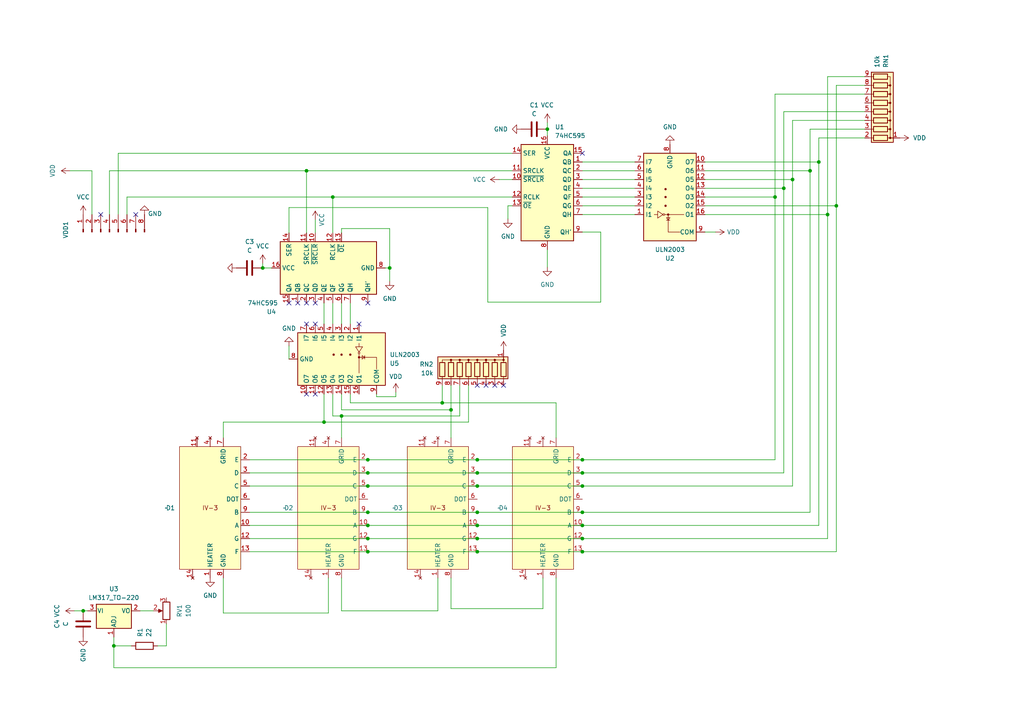
<source format=kicad_sch>
(kicad_sch (version 20230121) (generator eeschema)
  (paper "A4")
  (lib_symbols
    (symbol "74xx:74HC595"
      (property "Reference" "U" (at -7.62 13.97 0))
      (property "Value" "74HC595" (at -7.62 -16.51 0))
      (symbol "74HC595_1_0"
        (pin tri_state line (at 10.16 7.62 180) (length 2.54) (name "QB") (number "1"))
        (pin input line (at -10.16 2.54 0) (length 2.54) (name "~{SRCLR}") (number "10"))
        (pin input line (at -10.16 5.08 0) (length 2.54) (name "SRCLK") (number "11"))
        (pin input line (at -10.16 -2.54 0) (length 2.54) (name "RCLK") (number "12"))
        (pin input line (at -10.16 -5.08 0) (length 2.54) (name "~{OE}") (number "13"))
        (pin input line (at -10.16 10.16 0) (length 2.54) (name "SER") (number "14"))
        (pin tri_state line (at 10.16 10.16 180) (length 2.54) (name "QA") (number "15"))
        (pin power_in line (at 0 15.24 270) (length 2.54) (name "VCC") (number "16"))
        (pin tri_state line (at 10.16 5.08 180) (length 2.54) (name "QC") (number "2"))
        (pin tri_state line (at 10.16 2.54 180) (length 2.54) (name "QD") (number "3"))
        (pin tri_state line (at 10.16 0 180) (length 2.54) (name "QE") (number "4"))
        (pin tri_state line (at 10.16 -2.54 180) (length 2.54) (name "QF") (number "5"))
        (pin tri_state line (at 10.16 -5.08 180) (length 2.54) (name "QG") (number "6"))
        (pin tri_state line (at 10.16 -7.62 180) (length 2.54) (name "QH") (number "7"))
        (pin power_in line (at 0 -17.78 90) (length 2.54) (name "GND") (number "8"))
        (pin output line (at 10.16 -12.7 180) (length 2.54) (name "QH'") (number "9"))
      )
      (symbol "74HC595_1_1"
        (rectangle (start -7.62 12.7) (end 7.62 -15.24) (stroke (width 0.254)) (fill (type background)))
      )
    )
    (symbol "Connector:Conn_01x08_Pin" (pin_names (offset 1.016) hide)
      (property "Reference" "J" (at 0 10.16 0))
      (property "Value" "Conn_01x08_Pin" (at 0 -12.7 0))
      (symbol "Conn_01x08_Pin_1_1"
        (polyline (pts (xy 1.27 -10.16) (xy 0.8636 -10.16)) (stroke (width 0.1524)))
        (polyline (pts (xy 1.27 -7.62) (xy 0.8636 -7.62)) (stroke (width 0.1524)))
        (polyline (pts (xy 1.27 -5.08) (xy 0.8636 -5.08)) (stroke (width 0.1524)))
        (polyline (pts (xy 1.27 -2.54) (xy 0.8636 -2.54)) (stroke (width 0.1524)))
        (polyline (pts (xy 1.27 0) (xy 0.8636 0)) (stroke (width 0.1524)))
        (polyline (pts (xy 1.27 2.54) (xy 0.8636 2.54)) (stroke (width 0.1524)))
        (polyline (pts (xy 1.27 5.08) (xy 0.8636 5.08)) (stroke (width 0.1524)))
        (polyline (pts (xy 1.27 7.62) (xy 0.8636 7.62)) (stroke (width 0.1524)))
        (rectangle (start 0.8636 -10.033) (end 0 -10.287) (stroke (width 0.1524)) (fill (type outline)))
        (rectangle (start 0.8636 -7.493) (end 0 -7.747) (stroke (width 0.1524)) (fill (type outline)))
        (rectangle (start 0.8636 -4.953) (end 0 -5.207) (stroke (width 0.1524)) (fill (type outline)))
        (rectangle (start 0.8636 -2.413) (end 0 -2.667) (stroke (width 0.1524)) (fill (type outline)))
        (rectangle (start 0.8636 0.127) (end 0 -0.127) (stroke (width 0.1524)) (fill (type outline)))
        (rectangle (start 0.8636 2.667) (end 0 2.413) (stroke (width 0.1524)) (fill (type outline)))
        (rectangle (start 0.8636 5.207) (end 0 4.953) (stroke (width 0.1524)) (fill (type outline)))
        (rectangle (start 0.8636 7.747) (end 0 7.493) (stroke (width 0.1524)) (fill (type outline)))
        (pin passive line (at 5.08 7.62 180) (length 3.81) (name "Pin_1") (number "1"))
        (pin passive line (at 5.08 5.08 180) (length 3.81) (name "Pin_2") (number "2"))
        (pin passive line (at 5.08 2.54 180) (length 3.81) (name "Pin_3") (number "3"))
        (pin passive line (at 5.08 0 180) (length 3.81) (name "Pin_4") (number "4"))
        (pin passive line (at 5.08 -2.54 180) (length 3.81) (name "Pin_5") (number "5"))
        (pin passive line (at 5.08 -5.08 180) (length 3.81) (name "Pin_6") (number "6"))
        (pin passive line (at 5.08 -7.62 180) (length 3.81) (name "Pin_7") (number "7"))
        (pin passive line (at 5.08 -10.16 180) (length 3.81) (name "Pin_8") (number "8"))
      )
    )
    (symbol "Device:C" (pin_numbers hide) (pin_names (offset 0.254))
      (property "Reference" "C" (at 0.635 2.54 0))
      (property "Value" "C" (at 0.635 -2.54 0))
      (symbol "C_0_1"
        (polyline (pts (xy -2.032 -0.762) (xy 2.032 -0.762)) (stroke (width 0.508)))
        (polyline (pts (xy -2.032 0.762) (xy 2.032 0.762)) (stroke (width 0.508)))
      )
      (symbol "C_1_1"
        (pin passive line (at 0 3.81 270) (length 2.794) (name "~") (number "1"))
        (pin passive line (at 0 -3.81 90) (length 2.794) (name "~") (number "2"))
      )
    )
    (symbol "Device:R" (pin_numbers hide) (pin_names (offset 0))
      (property "Reference" "R" (at 2.032 0 90))
      (property "Value" "R" (at 0 0 90))
      (symbol "R_0_1"
        (rectangle (start -1.016 -2.54) (end 1.016 2.54) (stroke (width 0.254)))
      )
      (symbol "R_1_1"
        (pin passive line (at 0 3.81 270) (length 1.27) (name "~") (number "1"))
        (pin passive line (at 0 -3.81 90) (length 1.27) (name "~") (number "2"))
      )
    )
    (symbol "Device:R_Network08" (pin_names (offset 0) hide)
      (property "Reference" "RN" (at -12.7 0 90))
      (property "Value" "R_Network08" (at 10.16 0 90))
      (symbol "R_Network08_0_1"
        (rectangle (start -11.43 -3.175) (end 8.89 3.175) (stroke (width 0.254)) (fill (type background)))
        (rectangle (start -10.922 1.524) (end -9.398 -2.54) (stroke (width 0.254)))
        (circle (center -10.16 2.286) (radius 0.254) (fill (type outline)))
        (rectangle (start -8.382 1.524) (end -6.858 -2.54) (stroke (width 0.254)))
        (circle (center -7.62 2.286) (radius 0.254) (fill (type outline)))
        (rectangle (start -5.842 1.524) (end -4.318 -2.54) (stroke (width 0.254)))
        (circle (center -5.08 2.286) (radius 0.254) (fill (type outline)))
        (rectangle (start -3.302 1.524) (end -1.778 -2.54) (stroke (width 0.254)))
        (circle (center -2.54 2.286) (radius 0.254) (fill (type outline)))
        (rectangle (start -0.762 1.524) (end 0.762 -2.54) (stroke (width 0.254)))
        (polyline (pts (xy -10.16 -2.54) (xy -10.16 -3.81)))
        (polyline (pts (xy -7.62 -2.54) (xy -7.62 -3.81)))
        (polyline (pts (xy -5.08 -2.54) (xy -5.08 -3.81)))
        (polyline (pts (xy -2.54 -2.54) (xy -2.54 -3.81)))
        (polyline (pts (xy 0 -2.54) (xy 0 -3.81)))
        (polyline (pts (xy 2.54 -2.54) (xy 2.54 -3.81)))
        (polyline (pts (xy 5.08 -2.54) (xy 5.08 -3.81)))
        (polyline (pts (xy 7.62 -2.54) (xy 7.62 -3.81)))
        (polyline (pts (xy -10.16 1.524) (xy -10.16 2.286) (xy -7.62 2.286) (xy -7.62 1.524)))
        (polyline (pts (xy -7.62 1.524) (xy -7.62 2.286) (xy -5.08 2.286) (xy -5.08 1.524)))
        (polyline (pts (xy -5.08 1.524) (xy -5.08 2.286) (xy -2.54 2.286) (xy -2.54 1.524)))
        (polyline (pts (xy -2.54 1.524) (xy -2.54 2.286) (xy 0 2.286) (xy 0 1.524)))
        (polyline (pts (xy 0 1.524) (xy 0 2.286) (xy 2.54 2.286) (xy 2.54 1.524)))
        (polyline (pts (xy 2.54 1.524) (xy 2.54 2.286) (xy 5.08 2.286) (xy 5.08 1.524)))
        (polyline (pts (xy 5.08 1.524) (xy 5.08 2.286) (xy 7.62 2.286) (xy 7.62 1.524)))
        (circle (center 0 2.286) (radius 0.254) (fill (type outline)))
        (rectangle (start 1.778 1.524) (end 3.302 -2.54) (stroke (width 0.254)))
        (circle (center 2.54 2.286) (radius 0.254) (fill (type outline)))
        (rectangle (start 4.318 1.524) (end 5.842 -2.54) (stroke (width 0.254)))
        (circle (center 5.08 2.286) (radius 0.254) (fill (type outline)))
        (rectangle (start 6.858 1.524) (end 8.382 -2.54) (stroke (width 0.254)))
      )
      (symbol "R_Network08_1_1"
        (pin passive line (at -10.16 5.08 270) (length 2.54) (name "common") (number "1"))
        (pin passive line (at -10.16 -5.08 90) (length 1.27) (name "R1") (number "2"))
        (pin passive line (at -7.62 -5.08 90) (length 1.27) (name "R2") (number "3"))
        (pin passive line (at -5.08 -5.08 90) (length 1.27) (name "R3") (number "4"))
        (pin passive line (at -2.54 -5.08 90) (length 1.27) (name "R4") (number "5"))
        (pin passive line (at 0 -5.08 90) (length 1.27) (name "R5") (number "6"))
        (pin passive line (at 2.54 -5.08 90) (length 1.27) (name "R6") (number "7"))
        (pin passive line (at 5.08 -5.08 90) (length 1.27) (name "R7") (number "8"))
        (pin passive line (at 7.62 -5.08 90) (length 1.27) (name "R8") (number "9"))
      )
    )
    (symbol "Device:R_Potentiometer" (pin_names (offset 1.016) hide)
      (property "Reference" "RV" (at -4.445 0 90))
      (property "Value" "R_Potentiometer" (at -2.54 0 90))
      (symbol "R_Potentiometer_0_1"
        (polyline (pts (xy 2.54 0) (xy 1.524 0)))
        (polyline (pts (xy 1.143 0) (xy 2.286 0.508) (xy 2.286 -0.508) (xy 1.143 0)) (fill (type outline)))
        (rectangle (start 1.016 2.54) (end -1.016 -2.54) (stroke (width 0.254)))
      )
      (symbol "R_Potentiometer_1_1"
        (pin passive line (at 0 3.81 270) (length 1.27) (name "1") (number "1"))
        (pin passive line (at 3.81 0 180) (length 1.27) (name "2") (number "2"))
        (pin passive line (at 0 -3.81 90) (length 1.27) (name "3") (number "3"))
      )
    )
    (symbol "Display_Character:IV-3"
      (property "Reference" "D" (at -5.08 12.7 0))
      (symbol "IV-3_1_1"
        (rectangle (start -8.89 17.78) (end 8.89 -17.78) (fill (type background)))
        (text "IV-3" (at 0 0 0) (effects (font (size 1.27 1.27))))
        (pin input line (at 0 -20.32 90) (length 2.54) (name "HEATER") (number "1"))
        (pin input line (at 11.43 -5.08 180) (length 2.54) (name "A") (number "10"))
        (pin no_connect line (at -3.81 20.32 270) (length 2.54) (name "") (number "11"))
        (pin input line (at 11.43 -8.89 180) (length 2.54) (name "G") (number "12"))
        (pin input line (at 11.43 -12.7 180) (length 2.54) (name "F") (number "13"))
        (pin no_connect line (at -5.08 -20.32 90) (length 2.54) (name "") (number "14"))
        (pin input line (at 11.43 13.97 180) (length 2.54) (name "E") (number "2"))
        (pin input line (at 11.43 10.16 180) (length 2.54) (name "D") (number "3"))
        (pin no_connect line (at 0 20.32 270) (length 2.54) (name "") (number "4"))
        (pin input line (at 11.43 6.35 180) (length 2.54) (name "C") (number "5"))
        (pin input line (at 11.43 2.54 180) (length 2.54) (name "DOT") (number "6"))
        (pin input line (at 3.81 20.32 270) (length 2.54) (name "GRID") (number "7"))
        (pin input line (at 3.81 -20.32 90) (length 2.54) (name "GND") (number "8"))
        (pin input line (at 11.43 -1.27 180) (length 2.54) (name "B") (number "9"))
      )
    )
    (symbol "Regulator_Linear:LM317_TO-220" (pin_names (offset 0.254))
      (property "Reference" "U" (at -3.81 3.175 0))
      (property "Value" "LM317_TO-220" (at 0 3.175 0))
      (symbol "LM317_TO-220_0_1"
        (rectangle (start -5.08 1.905) (end 5.08 -5.08) (stroke (width 0.254)) (fill (type background)))
      )
      (symbol "LM317_TO-220_1_1"
        (pin input line (at 0 -7.62 90) (length 2.54) (name "ADJ") (number "1"))
        (pin power_out line (at 7.62 0 180) (length 2.54) (name "VO") (number "2"))
        (pin power_in line (at -7.62 0 0) (length 2.54) (name "VI") (number "3"))
      )
    )
    (symbol "Transistor_Array:ULN2003"
      (property "Reference" "U" (at 0 15.875 0))
      (property "Value" "ULN2003" (at 0 13.97 0))
      (symbol "ULN2003_0_1"
        (rectangle (start -7.62 -12.7) (end 7.62 12.7) (stroke (width 0.254)) (fill (type background)))
        (circle (center -1.778 5.08) (radius 0.254))
        (circle (center -1.27 -2.286) (radius 0.254) (fill (type outline)))
        (circle (center -1.27 0) (radius 0.254) (fill (type outline)))
        (circle (center -1.27 2.54) (radius 0.254) (fill (type outline)))
        (circle (center -0.508 5.08) (radius 0.254) (fill (type outline)))
        (polyline (pts (xy -4.572 5.08) (xy -3.556 5.08)))
        (polyline (pts (xy -1.524 5.08) (xy 4.064 5.08)))
        (polyline (pts (xy 0 6.731) (xy -1.016 6.731)))
        (polyline (pts (xy -0.508 5.08) (xy -0.508 10.16) (xy 2.921 10.16)))
        (polyline (pts (xy -3.556 6.096) (xy -3.556 4.064) (xy -2.032 5.08) (xy -3.556 6.096)))
        (polyline (pts (xy 0 5.969) (xy -1.016 5.969) (xy -0.508 6.731) (xy 0 5.969)))
      )
      (symbol "ULN2003_1_1"
        (pin input line (at -10.16 5.08 0) (length 2.54) (name "I1") (number "1"))
        (pin open_collector line (at 10.16 -10.16 180) (length 2.54) (name "O7") (number "10"))
        (pin open_collector line (at 10.16 -7.62 180) (length 2.54) (name "O6") (number "11"))
        (pin open_collector line (at 10.16 -5.08 180) (length 2.54) (name "O5") (number "12"))
        (pin open_collector line (at 10.16 -2.54 180) (length 2.54) (name "O4") (number "13"))
        (pin open_collector line (at 10.16 0 180) (length 2.54) (name "O3") (number "14"))
        (pin open_collector line (at 10.16 2.54 180) (length 2.54) (name "O2") (number "15"))
        (pin open_collector line (at 10.16 5.08 180) (length 2.54) (name "O1") (number "16"))
        (pin input line (at -10.16 2.54 0) (length 2.54) (name "I2") (number "2"))
        (pin input line (at -10.16 0 0) (length 2.54) (name "I3") (number "3"))
        (pin input line (at -10.16 -2.54 0) (length 2.54) (name "I4") (number "4"))
        (pin input line (at -10.16 -5.08 0) (length 2.54) (name "I5") (number "5"))
        (pin input line (at -10.16 -7.62 0) (length 2.54) (name "I6") (number "6"))
        (pin input line (at -10.16 -10.16 0) (length 2.54) (name "I7") (number "7"))
        (pin power_in line (at 0 -15.24 90) (length 2.54) (name "GND") (number "8"))
        (pin passive line (at 10.16 10.16 180) (length 2.54) (name "COM") (number "9"))
      )
    )
    (symbol "power:GND" (power) (pin_names (offset 0))
      (property "Value" "GND" (at 0 -3.81 0))
      (symbol "GND_0_1"
        (polyline (pts (xy 0 0) (xy 0 -1.27) (xy 1.27 -1.27) (xy 0 -2.54) (xy -1.27 -1.27) (xy 0 -1.27)))
      )
      (symbol "GND_1_1"
        (pin power_in line (at 0 0 270) (length 0) hide (name "GND") (number "1"))
      )
    )
    (symbol "power:VCC" (power) (pin_names (offset 0))
      (property "Value" "VCC" (at 0 3.81 0))
      (symbol "VCC_0_1"
        (polyline (pts (xy -0.762 1.27) (xy 0 2.54)))
        (polyline (pts (xy 0 0) (xy 0 2.54)))
        (polyline (pts (xy 0 2.54) (xy 0.762 1.27)))
      )
      (symbol "VCC_1_1"
        (pin power_in line (at 0 0 90) (length 0) hide (name "VCC") (number "1"))
      )
    )
    (symbol "power:VDD" (power) (pin_names (offset 0))
      (property "Value" "VDD" (at 0 3.81 0))
      (symbol "VDD_0_1"
        (polyline (pts (xy -0.762 1.27) (xy 0 2.54)))
        (polyline (pts (xy 0 0) (xy 0 2.54)))
        (polyline (pts (xy 0 2.54) (xy 0.762 1.27)))
      )
      (symbol "VDD_1_1"
        (pin power_in line (at 0 0 90) (length 0) hide (name "VDD") (number "1"))
      )
    )
  )
  (junction (at 224.79 57.15))
  (junction (at 128.27 116.84))
  (junction (at 242.57 59.69))
  (junction (at 138.43 140.97))
  (junction (at 113.03 77.724))
  (junction (at 96.52 57.15))
  (junction (at 106.68 156.21))
  (junction (at 24.13 177.165))
  (junction (at 168.91 160.02))
  (junction (at 237.49 46.99))
  (junction (at 106.68 140.97))
  (junction (at 229.87 52.07))
  (junction (at 138.43 152.4))
  (junction (at 88.9 49.53))
  (junction (at 240.03 62.23))
  (junction (at 106.68 148.59))
  (junction (at 138.43 137.16))
  (junction (at 168.91 140.97))
  (junction (at 93.98 122.428))
  (junction (at 106.68 137.16))
  (junction (at 106.68 152.4))
  (junction (at 33.02 187.325))
  (junction (at 158.75 37.465))
  (junction (at 168.91 148.59))
  (junction (at 138.43 148.59))
  (junction (at 227.33 54.61))
  (junction (at 99.06 120.65))
  (junction (at 76.2 77.724))
  (junction (at 138.43 160.02))
  (junction (at 106.68 160.02))
  (junction (at 234.95 49.53))
  (junction (at 138.43 133.35))
  (junction (at 130.81 118.872))
  (junction (at 168.91 137.16))
  (junction (at 168.91 133.35))
  (junction (at 168.91 156.21))
  (junction (at 106.68 133.35))
  (junction (at 168.91 152.4))
  (junction (at 138.43 156.21))
  (no_connect (at 91.44 114.3))
  (no_connect (at 140.97 111.76))
  (no_connect (at 106.68 87.884))
  (no_connect (at 39.37 62.23))
  (no_connect (at 29.21 62.23))
  (no_connect (at 138.43 111.76))
  (no_connect (at 91.44 93.98))
  (no_connect (at 104.14 93.98))
  (no_connect (at 88.9 114.3))
  (no_connect (at 86.36 87.884))
  (no_connect (at 143.51 111.76))
  (no_connect (at 146.05 111.76))
  (no_connect (at 88.9 87.884))
  (no_connect (at 83.82 87.884))
  (no_connect (at 88.9 93.98))
  (no_connect (at 91.44 87.884))
  (no_connect (at 168.91 44.45))
  (wire (pts (xy 93.98 87.884) (xy 93.98 93.98)))
  (wire (pts (xy 130.81 111.76) (xy 130.81 118.872)))
  (wire (pts (xy 204.47 57.15) (xy 224.79 57.15)))
  (wire (pts (xy 106.68 156.21) (xy 138.43 156.21)))
  (wire (pts (xy 168.91 54.61) (xy 184.15 54.61)))
  (wire (pts (xy 168.91 152.4) (xy 237.49 152.4)))
  (wire (pts (xy 250.825 27.305) (xy 224.79 27.305)))
  (wire (pts (xy 106.68 133.35) (xy 138.43 133.35)))
  (wire (pts (xy 138.43 156.21) (xy 168.91 156.21)))
  (wire (pts (xy 168.91 57.15) (xy 184.15 57.15)))
  (wire (pts (xy 242.57 59.69) (xy 242.57 160.02)))
  (wire (pts (xy 36.83 57.15) (xy 96.52 57.15)))
  (wire (pts (xy 227.33 32.385) (xy 227.33 54.61)))
  (wire (pts (xy 106.68 140.97) (xy 138.43 140.97)))
  (wire (pts (xy 106.68 160.02) (xy 138.43 160.02)))
  (wire (pts (xy 109.22 114.3) (xy 109.22 115.062)))
  (wire (pts (xy 96.52 87.884) (xy 96.52 93.98)))
  (wire (pts (xy 229.87 34.925) (xy 229.87 52.07)))
  (wire (pts (xy 99.06 120.65) (xy 96.52 120.65)))
  (wire (pts (xy 168.91 46.99) (xy 184.15 46.99)))
  (wire (pts (xy 158.75 35.56) (xy 158.75 37.465)))
  (wire (pts (xy 130.81 176.53) (xy 157.48 176.53)))
  (wire (pts (xy 91.44 63.754) (xy 91.44 67.564)))
  (wire (pts (xy 113.03 66.294) (xy 113.03 77.724)))
  (wire (pts (xy 168.91 148.59) (xy 234.95 148.59)))
  (wire (pts (xy 96.52 57.15) (xy 148.59 57.15)))
  (wire (pts (xy 113.03 77.724) (xy 113.03 81.534)))
  (wire (pts (xy 106.68 152.4) (xy 138.43 152.4)))
  (wire (pts (xy 76.2 77.724) (xy 76.2 76.454)))
  (wire (pts (xy 78.74 77.724) (xy 76.2 77.724)))
  (wire (pts (xy 237.49 40.005) (xy 237.49 46.99)))
  (wire (pts (xy 204.47 54.61) (xy 227.33 54.61)))
  (wire (pts (xy 130.81 167.64) (xy 130.81 176.53)))
  (wire (pts (xy 93.98 122.428) (xy 135.89 122.428)))
  (wire (pts (xy 93.98 114.3) (xy 93.98 122.428)))
  (wire (pts (xy 64.77 122.428) (xy 93.98 122.428)))
  (wire (pts (xy 101.6 116.84) (xy 101.6 114.3)))
  (wire (pts (xy 138.43 160.02) (xy 168.91 160.02)))
  (wire (pts (xy 133.35 120.65) (xy 99.06 120.65)))
  (wire (pts (xy 96.52 120.65) (xy 96.52 114.3)))
  (wire (pts (xy 99.06 167.64) (xy 99.06 177.165)))
  (wire (pts (xy 24.13 177.165) (xy 25.4 177.165)))
  (wire (pts (xy 72.39 148.59) (xy 106.68 148.59)))
  (wire (pts (xy 33.02 187.325) (xy 33.02 184.785)))
  (wire (pts (xy 113.03 77.724) (xy 111.76 77.724)))
  (wire (pts (xy 26.67 49.53) (xy 20.32 49.53)))
  (wire (pts (xy 204.47 46.99) (xy 237.49 46.99)))
  (wire (pts (xy 234.95 49.53) (xy 234.95 148.59)))
  (wire (pts (xy 135.89 122.428) (xy 135.89 111.76)))
  (wire (pts (xy 72.39 160.02) (xy 106.68 160.02)))
  (wire (pts (xy 31.75 49.53) (xy 88.9 49.53)))
  (wire (pts (xy 204.47 62.23) (xy 240.03 62.23)))
  (wire (pts (xy 48.26 187.325) (xy 48.26 180.975)))
  (wire (pts (xy 242.57 24.765) (xy 242.57 59.69)))
  (wire (pts (xy 237.49 46.99) (xy 237.49 152.4)))
  (wire (pts (xy 26.67 62.23) (xy 26.67 49.53)))
  (wire (pts (xy 114.808 115.062) (xy 114.808 113.792)))
  (wire (pts (xy 99.06 66.294) (xy 113.03 66.294)))
  (wire (pts (xy 168.91 133.35) (xy 224.79 133.35)))
  (wire (pts (xy 240.03 22.225) (xy 240.03 62.23)))
  (wire (pts (xy 130.81 118.872) (xy 130.81 127)))
  (wire (pts (xy 106.68 148.59) (xy 138.43 148.59)))
  (wire (pts (xy 83.82 104.14) (xy 83.82 100.33)))
  (wire (pts (xy 229.87 52.07) (xy 229.87 140.97)))
  (wire (pts (xy 45.72 187.325) (xy 48.26 187.325)))
  (wire (pts (xy 64.77 127) (xy 64.77 122.428)))
  (wire (pts (xy 144.78 52.07) (xy 148.59 52.07)))
  (wire (pts (xy 161.29 116.84) (xy 161.29 127)))
  (wire (pts (xy 38.1 187.325) (xy 33.02 187.325)))
  (wire (pts (xy 138.43 140.97) (xy 168.91 140.97)))
  (wire (pts (xy 174.244 67.31) (xy 168.91 67.31)))
  (wire (pts (xy 168.91 156.21) (xy 240.03 156.21)))
  (wire (pts (xy 99.06 66.294) (xy 99.06 67.564)))
  (wire (pts (xy 138.43 152.4) (xy 168.91 152.4)))
  (wire (pts (xy 174.244 87.63) (xy 174.244 67.31)))
  (wire (pts (xy 83.82 60.198) (xy 83.82 67.564)))
  (wire (pts (xy 99.06 177.165) (xy 127 177.165)))
  (wire (pts (xy 40.64 177.165) (xy 44.45 177.165)))
  (wire (pts (xy 34.29 44.45) (xy 148.59 44.45)))
  (wire (pts (xy 147.32 59.69) (xy 148.59 59.69)))
  (wire (pts (xy 237.49 40.005) (xy 250.825 40.005)))
  (wire (pts (xy 64.77 167.64) (xy 64.77 177.8)))
  (wire (pts (xy 138.43 133.35) (xy 168.91 133.35)))
  (wire (pts (xy 64.77 177.8) (xy 95.25 177.8)))
  (wire (pts (xy 161.29 167.64) (xy 161.29 193.675)))
  (wire (pts (xy 96.52 57.15) (xy 96.52 67.564)))
  (wire (pts (xy 141.478 87.63) (xy 174.244 87.63)))
  (wire (pts (xy 250.825 37.465) (xy 234.95 37.465)))
  (wire (pts (xy 33.02 187.325) (xy 33.02 193.675)))
  (wire (pts (xy 72.39 133.35) (xy 106.68 133.35)))
  (wire (pts (xy 128.27 116.84) (xy 161.29 116.84)))
  (wire (pts (xy 106.68 137.16) (xy 138.43 137.16)))
  (wire (pts (xy 99.06 87.884) (xy 99.06 93.98)))
  (wire (pts (xy 250.825 22.225) (xy 240.03 22.225)))
  (wire (pts (xy 72.39 137.16) (xy 106.68 137.16)))
  (wire (pts (xy 224.79 57.15) (xy 224.79 133.35)))
  (wire (pts (xy 157.48 176.53) (xy 157.48 167.64)))
  (wire (pts (xy 234.95 37.465) (xy 234.95 49.53)))
  (wire (pts (xy 204.47 59.69) (xy 242.57 59.69)))
  (wire (pts (xy 127 177.165) (xy 127 167.64)))
  (wire (pts (xy 168.91 62.23) (xy 184.15 62.23)))
  (wire (pts (xy 21.59 177.165) (xy 24.13 177.165)))
  (wire (pts (xy 128.27 116.84) (xy 128.27 111.76)))
  (wire (pts (xy 130.81 118.872) (xy 99.06 118.872)))
  (wire (pts (xy 168.91 52.07) (xy 184.15 52.07)))
  (wire (pts (xy 133.35 111.76) (xy 133.35 120.65)))
  (wire (pts (xy 34.29 44.45) (xy 34.29 62.23)))
  (wire (pts (xy 95.25 177.8) (xy 95.25 167.64)))
  (wire (pts (xy 33.02 193.675) (xy 161.29 193.675)))
  (wire (pts (xy 168.91 137.16) (xy 227.33 137.16)))
  (wire (pts (xy 204.47 67.31) (xy 207.518 67.31)))
  (wire (pts (xy 224.79 27.305) (xy 224.79 57.15)))
  (wire (pts (xy 168.91 140.97) (xy 229.87 140.97)))
  (wire (pts (xy 36.83 62.23) (xy 36.83 57.15)))
  (wire (pts (xy 227.33 54.61) (xy 227.33 137.16)))
  (wire (pts (xy 168.91 160.02) (xy 242.57 160.02)))
  (wire (pts (xy 88.9 49.53) (xy 148.59 49.53)))
  (wire (pts (xy 240.03 62.23) (xy 240.03 156.21)))
  (wire (pts (xy 250.825 24.765) (xy 242.57 24.765)))
  (wire (pts (xy 141.478 60.198) (xy 141.478 87.63)))
  (wire (pts (xy 99.06 118.872) (xy 99.06 114.3)))
  (wire (pts (xy 72.39 140.97) (xy 106.68 140.97)))
  (wire (pts (xy 101.6 116.84) (xy 128.27 116.84)))
  (wire (pts (xy 158.75 37.465) (xy 158.75 39.37)))
  (wire (pts (xy 72.39 156.21) (xy 106.68 156.21)))
  (wire (pts (xy 99.06 120.65) (xy 99.06 127)))
  (wire (pts (xy 109.22 115.062) (xy 114.808 115.062)))
  (wire (pts (xy 204.47 52.07) (xy 229.87 52.07)))
  (wire (pts (xy 229.87 34.925) (xy 250.825 34.925)))
  (wire (pts (xy 250.825 32.385) (xy 227.33 32.385)))
  (wire (pts (xy 158.75 72.39) (xy 158.75 77.47)))
  (wire (pts (xy 168.91 49.53) (xy 184.15 49.53)))
  (wire (pts (xy 168.91 59.69) (xy 184.15 59.69)))
  (wire (pts (xy 83.82 60.198) (xy 141.478 60.198)))
  (wire (pts (xy 204.47 49.53) (xy 234.95 49.53)))
  (wire (pts (xy 138.43 137.16) (xy 168.91 137.16)))
  (wire (pts (xy 147.32 59.69) (xy 147.32 63.5)))
  (wire (pts (xy 88.9 49.53) (xy 88.9 67.564)))
  (wire (pts (xy 138.43 148.59) (xy 168.91 148.59)))
  (wire (pts (xy 72.39 152.4) (xy 106.68 152.4)))
  (wire (pts (xy 31.75 62.23) (xy 31.75 49.53)))
  (wire (pts (xy 101.6 87.884) (xy 101.6 93.98)))
  (symbol (lib_id "Device:C") (at 154.94 37.465 90) (unit 1)
    (property "Reference" "C1" (at 154.94 30.48 90))
    (property "Value" "C" (at 154.94 33.02 90))
    (property "Footprint" "Capacitor_THT:C_Disc_D3.4mm_W2.1mm_P2.50mm" (effects hide))
  )
  (symbol (lib_id "Device:R_Network08") (at 255.905 29.845 270) (mirror x) (unit 1)
    (property "Reference" "RN1" (at 256.921 19.685 0) (effects (justify left)))
    (property "Value" "10k" (at 254.381 19.685 0) (effects (justify left)))
    (property "Footprint" "Resistor_THT:R_Array_SIP9" (effects hide))
    (property "Datasheet" "http://www.vishay.com/docs/31509/csc.pdf" (effects hide))
  )
  (symbol (lib_id "power:GND") (at 151.13 37.465 270) (unit 1)
    (property "Reference" "#PWR010" (effects hide))
    (property "Value" "GND" (at 147.32 37.465 90) (effects (justify right)))
  )
  (symbol (lib_id "power:VCC") (at 158.75 35.56 0) (unit 1)
    (property "Reference" "#PWR03" (effects hide))
    (property "Value" "VCC" (at 158.75 30.48 0))
  )
  (symbol (lib_id "power:GND") (at 68.58 77.724 270) (mirror x) (unit 1)
    (property "Reference" "#PWR09" (effects hide))
    (property "Value" "GND" (effects hide))
  )
  (symbol (lib_id "power:GND") (at 147.32 63.5 0) (unit 1)
    (property "Reference" "#PWR018" (effects hide))
    (property "Value" "GND" (at 147.32 68.58 0))
  )
  (symbol (lib_id "Device:C") (at 24.13 180.975 0) (unit 1)
    (property "Reference" "C4" (at 16.51 180.975 90))
    (property "Value" "C" (at 19.05 180.975 90))
    (property "Footprint" "Capacitor_THT:C_Disc_D3.4mm_W2.1mm_P2.50mm" (effects hide))
  )
  (symbol (lib_id "Display_Character:IV-3") (at 60.96 147.32 0) (unit 1)
    (property "Reference" "D1" (at 50.8 147.32 0) (effects (justify right)))
    (property "Value" "~" (at 48.26 147.32 0))
    (property "Footprint" "Display:IV-3" (effects hide))
  )
  (symbol (lib_id "power:GND") (at 158.75 77.47 0) (unit 1)
    (property "Reference" "#PWR06" (effects hide))
    (property "Value" "GND" (at 158.75 82.55 0))
  )
  (symbol (lib_id "Regulator_Linear:LM317_TO-220") (at 33.02 177.165 0) (unit 1)
    (property "Reference" "U3" (at 33.02 170.815 0))
    (property "Value" "LM317_TO-220" (at 33.02 173.355 0))
    (property "Footprint" "Package_TO_SOT_THT:TO-220-3_Vertical" (effects hide))
    (property "Datasheet" "http://www.ti.com/lit/ds/symlink/lm317.pdf" (effects hide))
  )
  (symbol (lib_id "power:VCC") (at 144.78 52.07 90) (unit 1)
    (property "Reference" "#PWR012" (effects hide))
    (property "Value" "VCC" (at 140.97 52.07 90) (effects (justify left)))
  )
  (symbol (lib_id "power:VCC") (at 24.13 62.23 0) (unit 1)
    (property "Reference" "#PWR016" (effects hide))
    (property "Value" "VCC" (at 24.13 57.15 0))
  )
  (symbol (lib_id "74xx:74HC595") (at 158.75 54.61 0) (unit 1)
    (property "Reference" "U1" (at 160.9441 36.83 0) (effects (justify left)))
    (property "Value" "74HC595" (at 160.9441 39.37 0) (effects (justify left)))
    (property "Footprint" "Package_DIP:DIP-16_W7.62mm_Socket_LongPads" (effects hide))
    (property "Datasheet" "http://www.ti.com/lit/ds/symlink/sn74hc595.pdf" (effects hide))
  )
  (symbol (lib_id "Display_Character:IV-3") (at 157.48 147.32 0) (unit 1)
    (property "Reference" "D4" (at 147.32 147.32 0) (effects (justify right)))
    (property "Value" "~" (at 144.78 147.32 0))
    (property "Footprint" "Display:IV-3" (effects hide))
  )
  (symbol (lib_id "Device:R_Potentiometer") (at 48.26 177.165 180) (unit 1)
    (property "Reference" "RV1" (at 52.07 177.165 90))
    (property "Value" "100" (at 54.61 177.165 90))
    (property "Footprint" "Potentiometer_THT:Potentiometer_Piher_PT-6-V_Vertical" (effects hide))
  )
  (symbol (lib_id "power:VDD") (at 207.518 67.31 270) (unit 1)
    (property "Reference" "#PWR021" (effects hide))
    (property "Value" "VDD" (at 210.82 67.31 90) (effects (justify left)))
  )
  (symbol (lib_id "power:VDD") (at 114.808 113.792 0) (unit 1)
    (property "Reference" "#PWR019" (effects hide))
    (property "Value" "VDD" (at 114.808 109.22 0))
  )
  (symbol (lib_id "Device:R_Network08") (at 135.89 106.68 0) (mirror y) (unit 1)
    (property "Reference" "RN2" (at 125.73 105.664 0) (effects (justify left)))
    (property "Value" "10k" (at 125.73 108.204 0) (effects (justify left)))
    (property "Footprint" "Resistor_THT:R_Array_SIP9" (effects hide))
    (property "Datasheet" "http://www.vishay.com/docs/31509/csc.pdf" (effects hide))
  )
  (symbol (lib_id "power:VDD") (at 20.32 49.53 90) (unit 1)
    (property "Reference" "#PWR017" (effects hide))
    (property "Value" "VDD" (at 15.24 49.53 0))
  )
  (symbol (lib_id "power:GND") (at 24.13 184.785 0) (unit 1)
    (property "Reference" "#PWR08" (effects hide))
    (property "Value" "GND" (at 24.13 187.96 90) (effects (justify right)))
  )
  (symbol (lib_id "power:VDD") (at 260.985 40.005 270) (unit 1)
    (property "Reference" "#PWR04" (effects hide))
    (property "Value" "VDD" (at 264.795 40.005 90) (effects (justify left)))
  )
  (symbol (lib_id "Device:C") (at 72.39 77.724 90) (mirror x) (unit 1)
    (property "Reference" "C3" (at 72.39 70.104 90))
    (property "Value" "C" (at 72.39 72.644 90))
    (property "Footprint" "Capacitor_THT:C_Disc_D3.4mm_W2.1mm_P2.50mm" (effects hide))
  )
  (symbol (lib_id "power:GND") (at 194.31 41.91 180) (unit 1)
    (property "Reference" "#PWR05" (effects hide))
    (property "Value" "GND" (at 194.31 36.83 0))
  )
  (symbol (lib_id "Transistor_Array:ULN2003") (at 194.31 57.15 0) (mirror x) (unit 1)
    (property "Reference" "U2" (at 194.31 74.93 0))
    (property "Value" "ULN2003" (at 194.31 72.39 0))
    (property "Footprint" "Package_DIP:DIP-16_W7.62mm_Socket_LongPads" (effects hide))
    (property "Datasheet" "http://www.ti.com/lit/ds/symlink/uln2003a.pdf" (effects hide))
  )
  (symbol (lib_id "Device:R") (at 41.91 187.325 90) (unit 1)
    (property "Reference" "R1" (at 40.64 184.785 0) (effects (justify left)))
    (property "Value" "22" (at 43.18 184.785 0) (effects (justify left)))
    (property "Footprint" "Resistor_THT:R_Axial_DIN0204_L3.6mm_D1.6mm_P1.90mm_Vertical" (effects hide))
  )
  (symbol (lib_id "power:GND") (at 113.03 81.534 0) (unit 1)
    (property "Reference" "#PWR011" (effects hide))
    (property "Value" "GND" (at 113.03 86.614 0))
  )
  (symbol (lib_id "power:GND") (at 60.96 167.64 0) (unit 1)
    (property "Reference" "#PWR07" (effects hide))
    (property "Value" "GND" (at 60.96 172.72 0))
  )
  (symbol (lib_id "power:GND") (at 41.91 62.23 180) (unit 1)
    (property "Reference" "#PWR015" (effects hide))
    (property "Value" "GND" (at 44.958 61.976 0))
  )
  (symbol (lib_id "74xx:74HC595") (at 93.98 77.724 90) (mirror x) (unit 1)
    (property "Reference" "U4" (at 78.74 90.424 90))
    (property "Value" "74HC595" (at 76.2 87.884 90))
    (property "Footprint" "Package_DIP:DIP-16_W7.62mm_Socket_LongPads" (effects hide))
    (property "Datasheet" "http://www.ti.com/lit/ds/symlink/sn74hc595.pdf" (effects hide))
  )
  (symbol (lib_id "power:VCC") (at 76.2 76.454 0) (mirror y) (unit 1)
    (property "Reference" "#PWR014" (effects hide))
    (property "Value" "VCC" (at 76.2 71.374 0))
  )
  (symbol (lib_id "Connector:Conn_01x08_Pin") (at 31.75 67.31 90) (unit 1)
    (property "Reference" "VDD1" (at 19.05 66.675 0))
    (property "Value" "Conn_01x08_Pin" (effects hide))
    (property "Footprint" "Connector_PinHeader_2.54mm:PinHeader_1x08_P2.54mm_Vertical" (effects hide))
  )
  (symbol (lib_id "Transistor_Array:ULN2003") (at 99.06 104.14 270) (unit 1)
    (property "Reference" "U5" (at 113.03 105.41 90) (effects (justify left)))
    (property "Value" "ULN2003" (at 113.03 102.87 90) (effects (justify left)))
    (property "Footprint" "Package_DIP:DIP-16_W7.62mm_Socket_LongPads" (effects hide))
    (property "Datasheet" "http://www.ti.com/lit/ds/symlink/uln2003a.pdf" (effects hide))
  )
  (symbol (lib_id "power:VCC") (at 21.59 177.165 90) (unit 1)
    (property "Reference" "#PWR01" (effects hide))
    (property "Value" "VCC" (at 16.51 177.165 0))
  )
  (symbol (lib_id "Display_Character:IV-3") (at 127 147.32 0) (unit 1)
    (property "Reference" "D3" (at 116.84 147.32 0) (effects (justify right)))
    (property "Value" "~" (at 114.3 147.32 0))
    (property "Footprint" "Display:IV-3" (effects hide))
  )
  (symbol (lib_id "power:GND") (at 83.82 100.33 0) (mirror x) (unit 1)
    (property "Reference" "#PWR020" (effects hide))
    (property "Value" "GND" (at 83.82 95.25 0))
  )
  (symbol (lib_id "power:VCC") (at 91.44 63.754 0) (mirror y) (unit 1)
    (property "Reference" "#PWR013" (effects hide))
    (property "Value" "VCC" (at 93.345 63.754 90))
  )
  (symbol (lib_id "power:VDD") (at 146.05 101.6 0) (unit 1)
    (property "Reference" "#PWR02" (effects hide))
    (property "Value" "VDD" (at 146.05 97.79 90) (effects (justify left)))
  )
  (symbol (lib_id "Display_Character:IV-3") (at 95.25 147.32 0) (unit 1)
    (property "Reference" "D2" (at 85.09 147.32 0) (effects (justify right)))
    (property "Value" "~" (at 82.55 147.32 0))
    (property "Footprint" "Display:IV-3" (effects hide))
  )
)
</source>
